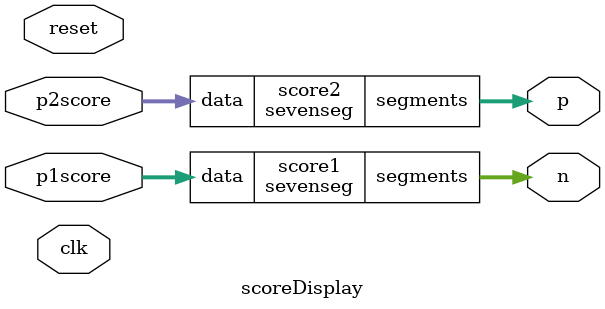
<source format=sv>

module sevenseg(input logic [3:0] data,
		output logic [6:0] segments);
	always_comb
		begin
	case (data)
	0: segments = 7'b100_0000;
	1: segments = 7'b111_1001;
	2: segments = 7'b010_0100;
	3: segments = 7'b011_0000;
	4: segments = 7'b001_1001;
	5: segments = 7'b001_0010;
	6: segments = 7'b000_0010;
	7: segments = 7'b111_1000;
	8: segments = 7'b000_0000;
	9: segments = 7'b001_1000;
	10: segments = 7'b111_1111;
	default: segments = 7'b111_1111;
	endcase
	end
endmodule

module scoreDisplay(input  logic clk, reset,
					 input  logic [3:0] p1score,
					 input  logic [3:0] p2score,
					 output logic [6:0] p,
					 output logic [6:0] n);
	sevenseg score1(p1score, n);
	sevenseg score2(p2score, p);
endmodule
</source>
